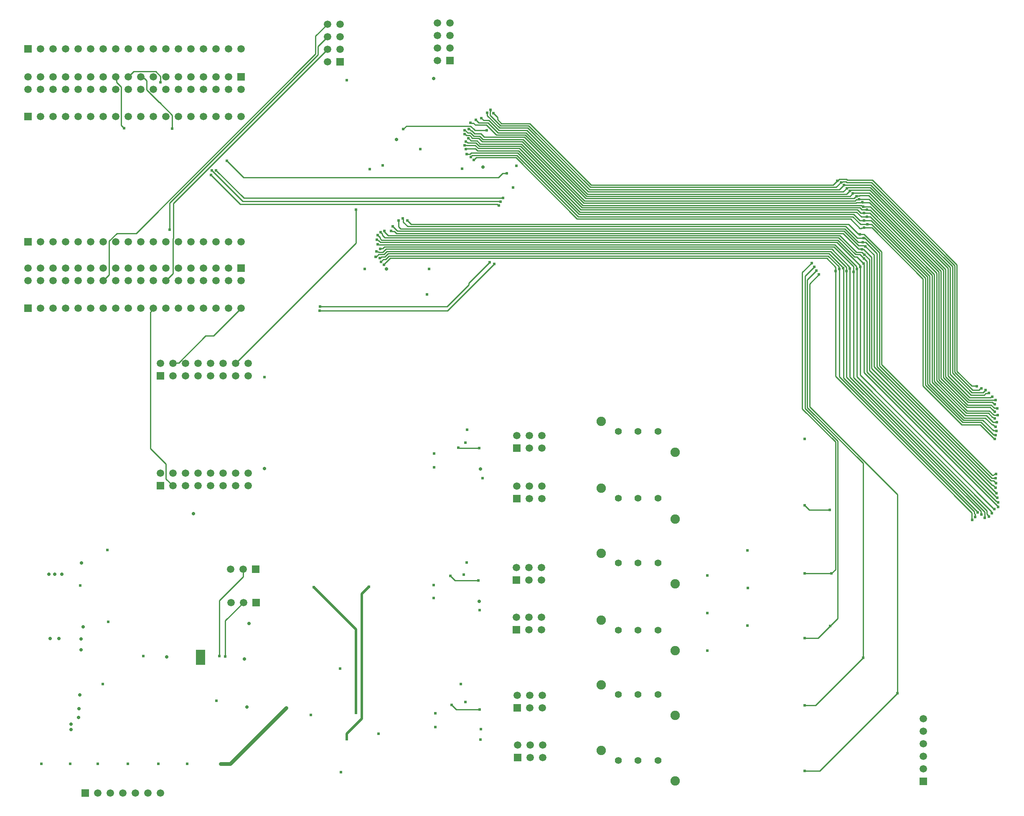
<source format=gbl>
G04*
G04 #@! TF.GenerationSoftware,Altium Limited,Altium Designer,22.3.1 (43)*
G04*
G04 Layer_Physical_Order=4*
G04 Layer_Color=16711680*
%FSLAX25Y25*%
%MOIN*%
G70*
G04*
G04 #@! TF.SameCoordinates,28AED8AE-6D8B-4080-ADD8-9E34605278D5*
G04*
G04*
G04 #@! TF.FilePolarity,Positive*
G04*
G01*
G75*
%ADD10C,0.01000*%
%ADD15C,0.02000*%
%ADD71C,0.05500*%
%ADD95C,0.03000*%
%ADD96R,0.05906X0.05906*%
%ADD97C,0.05906*%
%ADD98R,0.05906X0.05906*%
%ADD99C,0.07500*%
%ADD100C,0.02400*%
%ADD101C,0.02800*%
G36*
X156205Y122332D02*
X148921D01*
Y134536D01*
X156205D01*
Y122332D01*
D02*
G37*
D10*
X366369Y425596D02*
Y427011D01*
X383017Y443659D01*
X349371Y405200D02*
X386702Y442531D01*
X388518Y545419D02*
X411437D01*
X371765Y553367D02*
X380571D01*
X388518Y545419D01*
X371430Y548928D02*
X380686D01*
X370045Y550313D02*
X371430Y548928D01*
X374359Y555166D02*
X381784D01*
X386154Y562872D02*
X389512Y559514D01*
X381154Y563109D02*
X381200Y563063D01*
Y560842D02*
Y563063D01*
X378515Y556966D02*
X382530D01*
X389512Y557621D02*
X392602Y554531D01*
X383654Y560933D02*
Y563953D01*
X391856Y552731D02*
X414307D01*
X382530Y556966D02*
X390477Y549019D01*
X381200Y560842D02*
X391111Y550931D01*
X413562D01*
X389512Y557621D02*
Y559514D01*
X390477Y549019D02*
X412928D01*
X381784Y555166D02*
X389732Y547219D01*
X392602Y554531D02*
X415053D01*
X383654Y560933D02*
X391856Y552731D01*
X389732Y547219D02*
X412182D01*
X383690Y563988D02*
Y565150D01*
X383654Y563953D02*
X383690Y563988D01*
X370259Y554873D02*
X371765Y553367D01*
X368041Y554873D02*
X370259D01*
X391603Y492377D02*
X391860Y492121D01*
X164900Y517157D02*
X187088Y494969D01*
X393736D01*
X186064Y492377D02*
X391603D01*
X161443Y516998D02*
X186064Y492377D01*
X390098Y489221D02*
X390477D01*
X389219Y490100D02*
X390098Y489221D01*
X184140Y490100D02*
X389219D01*
X160801Y513438D02*
X184140Y490100D01*
X127900Y469600D02*
Y491000D01*
X246200Y609300D01*
X130647Y462697D02*
X130800Y462850D01*
Y490755D02*
X253900Y613855D01*
X130647Y434792D02*
Y462697D01*
X130800Y462850D02*
Y490755D01*
X363215Y537229D02*
X371511D01*
X363060Y537074D02*
X363215Y537229D01*
X364304Y534038D02*
X364572Y534306D01*
X365555D01*
X365774Y534526D01*
X367534Y530153D02*
X368381Y531000D01*
X405492D01*
X365774Y534526D02*
X371669D01*
X369170Y529179D02*
Y529200D01*
X368084Y527714D02*
Y528093D01*
X364917Y530153D02*
X367534D01*
X368084Y528093D02*
X369170Y529179D01*
Y529200D02*
X404746D01*
X370600Y525343D02*
X372657Y527399D01*
X404001D01*
X363441Y549220D02*
X365750Y546910D01*
X363222Y549220D02*
X363441D01*
X364394Y545111D02*
X367239D01*
X365750Y546910D02*
X367985D01*
X363490Y546014D02*
X364394Y545111D01*
X363111Y546014D02*
X363490D01*
X368308Y548710D02*
X368730D01*
X368703Y543215D02*
Y543646D01*
X368730Y548710D02*
X371006Y546435D01*
X366654Y549986D02*
X367033D01*
X367985Y546910D02*
X370465Y544429D01*
X367033Y549986D02*
X368308Y548710D01*
X370465Y544429D02*
X375212D01*
X368241Y540830D02*
X373002D01*
X457453Y489221D02*
X679765D01*
X366203Y542611D02*
X366460D01*
X371006Y546435D02*
X376084D01*
X680818Y488167D02*
X686768D01*
X679765Y489221D02*
X680818Y488167D01*
X368703Y543215D02*
X369289Y542629D01*
X374466D01*
X367239Y545111D02*
X368703Y543646D01*
X366460Y542611D02*
X368241Y540830D01*
X316687Y552486D02*
X367690D01*
X314152Y549951D02*
X316687Y552486D01*
X367940Y554973D02*
X368041Y554873D01*
X367764Y552412D02*
X367947D01*
X367690Y552486D02*
X367764Y552412D01*
X368535Y551824D02*
X368581D01*
X370045Y550313D02*
Y550359D01*
X368581Y551824D02*
X370045Y550359D01*
X367947Y552412D02*
X368535Y551824D01*
X383690Y565150D02*
X383958Y565418D01*
X673506Y435990D02*
Y440306D01*
Y435990D02*
X673522Y435974D01*
Y351732D02*
Y435974D01*
X662031Y352248D02*
Y438365D01*
X676096Y352282D02*
Y438387D01*
X662031Y352248D02*
X769705Y244574D01*
X678737Y353608D02*
Y439384D01*
X670506Y352079D02*
X778143Y244442D01*
X665337Y438616D02*
X665387Y438666D01*
X670506Y352079D02*
Y438666D01*
X659120Y352614D02*
Y436674D01*
X676096Y352282D02*
X783650Y244728D01*
X673522Y351732D02*
X779943Y245310D01*
X659120Y352614D02*
X767905Y243829D01*
X665337Y351487D02*
Y438616D01*
Y351487D02*
X772503Y244321D01*
X678737Y439384D02*
X678756Y439402D01*
X667837Y352202D02*
X775059Y244980D01*
X667837Y352202D02*
Y436674D01*
X678737Y353608D02*
X785602Y246744D01*
X675829Y438655D02*
X676096Y438387D01*
X681718Y355626D02*
X788709Y248635D01*
X678756Y439402D02*
Y441088D01*
X681718Y355626D02*
Y442422D01*
X681952Y446612D02*
X684100Y444464D01*
Y356021D02*
X787018Y253102D01*
X684100Y356021D02*
Y444464D01*
X302315Y465084D02*
X662397D01*
X303745Y447084D02*
X652055D01*
X300379Y443718D02*
X303745Y447084D01*
X656047Y454284D02*
X670238Y440093D01*
X298412Y457884D02*
X658474D01*
X305800Y472500D02*
X309616Y468684D01*
X297982Y451756D02*
X300511Y454284D01*
X302002Y450684D02*
X653887D01*
X661652Y463284D02*
X675023Y449912D01*
X300592Y466807D02*
X302315Y465084D01*
X317870Y472284D02*
X667303D01*
X298341Y457813D02*
X298412Y457884D01*
X660160Y459684D02*
X678756Y441088D01*
X653141Y448884D02*
X661763Y440262D01*
X309616Y468684D02*
X665811D01*
X655301Y452484D02*
X667911Y439875D01*
X299157Y456084D02*
X657728D01*
X302747Y448884D02*
X653141D01*
X295982Y459684D02*
X660160D01*
X666557Y470484D02*
X677141Y459900D01*
X298728Y449956D02*
X301256Y452484D01*
X312103Y470484D02*
X666557D01*
X320441Y474084D02*
X669343D01*
X295713Y462615D02*
X296845Y461484D01*
X314261Y475893D02*
X317870Y472284D01*
X301256Y452484D02*
X655301D01*
X310386Y472200D02*
X312103Y470484D01*
X317399Y477126D02*
X320441Y474084D01*
X658474Y457884D02*
X675829Y440529D01*
X299333Y448015D02*
X302002Y450684D01*
X669343Y474084D02*
X677072Y466355D01*
X299422Y463284D02*
X661652D01*
X297741Y454668D02*
X299157Y456084D01*
X657728D02*
X673506Y440306D01*
X667303Y472284D02*
X676537Y463049D01*
X307240Y468514D02*
X308871Y466884D01*
X300511Y454284D02*
X656047D01*
X297376Y465330D02*
X299422Y463284D01*
X665811Y468684D02*
X677396Y457099D01*
X662397Y465084D02*
X675769Y451712D01*
X308871Y466884D02*
X665066D01*
X296845Y461484D02*
X660906D01*
X653887Y450684D02*
X665115Y439455D01*
X660906Y461484D02*
X674277Y448112D01*
X300078Y446215D02*
X302747Y448884D01*
X295085Y460581D02*
X295982Y459684D01*
X652055Y447084D02*
X659265Y439875D01*
X665066Y466884D02*
X677548Y454402D01*
X294140Y457813D02*
X298341D01*
X293872Y458081D02*
X294140Y457813D01*
X293213Y461673D02*
X293592D01*
X294684Y460581D01*
X295713Y462615D02*
Y463485D01*
X294684Y460581D02*
X295085D01*
X293856Y465342D02*
X295713Y463485D01*
X292667Y452365D02*
X292935Y452098D01*
X294885Y451756D02*
X297982D01*
X292935Y452098D02*
X294543D01*
X294885Y451756D01*
X296044Y454668D02*
X297741D01*
X295776Y454400D02*
X296044Y454668D01*
X296685Y448015D02*
X299333D01*
X298342Y446215D02*
X300078D01*
X292667Y448156D02*
X294467Y449956D01*
X298728D01*
X293856Y465342D02*
Y465446D01*
X297376Y465330D02*
Y466448D01*
X296032Y467793D02*
X297376Y466448D01*
X299273Y468221D02*
X300592Y466903D01*
Y466807D02*
Y466903D01*
X299273Y468221D02*
Y468600D01*
X686880Y503328D02*
X750547Y439661D01*
X675444Y491021D02*
X675904Y491480D01*
X680268D01*
X675610Y496421D02*
X675829D01*
X675590Y493712D02*
X677252D01*
X677898Y494359D01*
X680442Y491183D02*
X680552Y491073D01*
X680866Y491387D01*
X668385Y502783D02*
X668930Y503328D01*
X665856Y505467D02*
X687286D01*
X670697Y496421D02*
X673233Y498956D01*
X674698Y492821D02*
X675590Y493712D01*
X412928Y549019D02*
X461926Y500021D01*
X463418Y503621D02*
X659622D01*
X304407Y468600D02*
X304493Y468514D01*
X411437Y545419D02*
X460435Y496421D01*
X412182Y547219D02*
X461181Y498221D01*
X665244Y500021D02*
X668006Y502783D01*
X414307Y552731D02*
X463418Y503621D01*
X458944Y492821D02*
X674698D01*
X404001Y527399D02*
X452980Y478421D01*
X404746Y529200D02*
X453725Y480221D01*
X675829Y496421D02*
X676096Y496688D01*
X459690Y494621D02*
X673810D01*
X460435Y496421D02*
X670697D01*
X405492Y531000D02*
X454471Y482021D01*
X410691Y543619D02*
X459690Y494621D01*
X461181Y498221D02*
X667990D01*
X313993Y478835D02*
X314261Y478567D01*
X659622Y503621D02*
X663443Y507441D01*
X407728Y536400D02*
X456707Y487421D01*
X668006Y502783D02*
X668385D01*
X406983Y534599D02*
X455962Y485621D01*
X676546D01*
X662209Y501821D02*
X665856Y505467D01*
X453725Y480221D02*
X672817D01*
X667990Y498221D02*
X670506Y500736D01*
X413562Y550931D02*
X462672Y501821D01*
X408474Y538200D02*
X457453Y489221D01*
X409220Y539999D02*
X458198Y491021D01*
X454471Y482021D02*
X673562D01*
X679023Y474014D02*
X687918D01*
X406237Y532799D02*
X455216Y483821D01*
X657057Y505421D02*
X660382Y508745D01*
X673810Y494621D02*
X675610Y496421D01*
X304493Y468514D02*
X307240D01*
X464163Y505421D02*
X657057D01*
X455216Y483821D02*
X675801D01*
X409946Y541819D02*
X458944Y492821D01*
X660382Y508745D02*
X660760D01*
X452980Y478421D02*
X671070D01*
X458198Y491021D02*
X675444D01*
X461926Y500021D02*
X665244D01*
X415053Y554531D02*
X464163Y505421D01*
X314261Y475893D02*
Y478567D01*
X310386Y472200D02*
Y477126D01*
X663443Y507441D02*
Y507569D01*
X677898Y494359D02*
X678103Y494155D01*
X456707Y487421D02*
X678408D01*
X678257Y466100D02*
X681957D01*
X668930Y503328D02*
X686880D01*
X462672Y501821D02*
X662209D01*
X665115Y439134D02*
Y439455D01*
X295467Y447106D02*
X295776D01*
X292288Y448156D02*
X292667D01*
X295776Y447106D02*
X296685Y448015D01*
X298721Y442068D02*
X300086Y443434D01*
X298342Y446199D02*
Y446215D01*
X300086Y443434D02*
Y443718D01*
X298721Y441690D02*
Y442068D01*
X296656Y444135D02*
Y444514D01*
X298342Y446199D01*
X300086Y443718D02*
X300379D01*
X682064Y449868D02*
X682195D01*
X675769Y451712D02*
X679329D01*
X674277Y448112D02*
X676112D01*
X681596Y442628D01*
X675023Y449912D02*
X678583D01*
X679329Y451712D02*
X680220D01*
X682064Y449868D01*
X679329Y451712D02*
X679329Y451712D01*
X678583Y449912D02*
X681803Y446693D01*
X677072Y466355D02*
X678380D01*
X678635Y466100D01*
X676537Y463049D02*
X681472D01*
Y463413D02*
X682086D01*
X681957Y466100D02*
X695900Y452157D01*
Y361955D02*
Y452157D01*
X689700Y360340D02*
Y449688D01*
X682939Y456449D02*
X689700Y449688D01*
X694100Y361209D02*
Y451398D01*
X682086Y463413D02*
X694100Y451398D01*
X681086Y459632D02*
X683291D01*
X692300Y450624D01*
X677141Y459900D02*
X680818D01*
X681086Y459632D01*
X692300Y360464D02*
Y450624D01*
X682939Y456449D02*
X683390Y456900D01*
X677396Y457099D02*
X683190D01*
X677548Y454402D02*
X680134D01*
X680324Y454212D01*
X681655Y453944D02*
X687900Y447699D01*
X680324Y454197D02*
X680577Y453944D01*
X681655D01*
X737900Y348672D02*
Y434215D01*
X681835Y471287D02*
X688100D01*
X684100Y480221D02*
X686803D01*
X732500Y346435D02*
Y431978D01*
X730700Y345690D02*
Y431232D01*
X684100Y485621D02*
X684368Y485353D01*
X688100Y471287D02*
X728900Y430487D01*
X687918Y474014D02*
X730700Y431232D01*
X687554Y476924D02*
X732500Y431978D01*
X736100Y347926D02*
Y433469D01*
X681835Y483098D02*
X686472D01*
X736100Y433469D01*
X686803Y480221D02*
X734300Y432724D01*
X684368Y485353D02*
X686762D01*
X734300Y347181D02*
Y432724D01*
X728900Y344944D02*
Y430487D01*
X686762Y485353D02*
X737900Y434215D01*
X682103Y476924D02*
X687554D01*
X679799Y471019D02*
X681567D01*
X671070Y478421D02*
X678635Y470855D01*
X679635D01*
X681567Y471019D02*
X681835Y471287D01*
X679635Y470855D02*
X679799Y471019D01*
X672817Y480221D02*
X679023Y474014D01*
X681591Y476947D02*
X681835Y477192D01*
X678635Y476947D02*
X681591D01*
X683832Y479953D02*
X684100Y480221D01*
X679669Y479953D02*
X683832D01*
X681835Y477192D02*
X682103Y476924D01*
X673562Y482021D02*
X678635Y476947D01*
X675801Y483821D02*
X679669Y479953D01*
X679069Y483098D02*
X681835D01*
X676546Y485621D02*
X679069Y483098D01*
X678408Y487421D02*
X680231Y485598D01*
X684077D02*
X684100Y485621D01*
X680231Y485598D02*
X684077D01*
X686768Y488167D02*
X739700Y435235D01*
X750547Y354408D02*
Y439661D01*
X687286Y505467D02*
X752347Y440406D01*
X674251Y499063D02*
X686054D01*
X688368Y509477D02*
X755947Y441898D01*
X671477Y501328D02*
X686334D01*
X678601Y497121D02*
X685451D01*
X686093Y491387D02*
X741500Y435980D01*
X755947Y356756D02*
Y441898D01*
X741500Y350163D02*
Y435980D01*
X685451Y497121D02*
X745100Y437471D01*
X743300Y350909D02*
Y436726D01*
X748747Y353098D02*
Y438915D01*
X746900Y352400D02*
Y438217D01*
X678103Y494155D02*
X685871D01*
X739700Y349418D02*
Y435235D01*
X752347Y355265D02*
Y440406D01*
X680866Y491387D02*
X686093D01*
X685871Y494155D02*
X743300Y436726D01*
X668005Y507509D02*
X687790D01*
X686334Y501328D02*
X748747Y438915D01*
X754147Y356010D02*
Y441152D01*
X686054Y499063D02*
X746900Y438217D01*
X668583Y509477D02*
X688368D01*
X745100Y351654D02*
Y437471D01*
X687790Y507509D02*
X754147Y441152D01*
X680268Y491480D02*
X680442Y491655D01*
X678169Y496688D02*
X678601Y497121D01*
X676096Y496688D02*
X678169D01*
X673233Y498956D02*
X674144D01*
X674251Y499063D01*
X670506Y500736D02*
X670885D01*
X671477Y501328D01*
X664820Y507967D02*
X667547D01*
X664690Y507837D02*
X664820Y507967D01*
X663838Y507837D02*
X664690D01*
X667991Y510069D02*
X668583Y509477D01*
X660760Y508745D02*
X662084Y510069D01*
X663511Y507509D02*
X663838Y507837D01*
X667547Y507967D02*
X668005Y507509D01*
X662084Y510069D02*
X667991D01*
X682195Y449868D02*
X686100Y445963D01*
Y357274D02*
Y445963D01*
X681596Y442628D02*
X681596D01*
X687900Y359056D02*
Y447699D01*
X675829Y438655D02*
Y440529D01*
X785602Y246744D02*
X785672D01*
X667911Y436748D02*
Y439875D01*
X670238Y438934D02*
X670506Y438666D01*
X670238Y438934D02*
Y440093D01*
X667837Y436674D02*
X667911Y436748D01*
X661763Y438611D02*
Y440262D01*
Y438611D02*
X662009Y438365D01*
X775059Y242655D02*
Y244980D01*
Y242655D02*
X775327Y242387D01*
X772503Y244000D02*
Y244321D01*
X769705Y243264D02*
Y244574D01*
X770439Y240446D02*
Y242530D01*
X769705Y243264D02*
X770439Y242530D01*
X767905Y238226D02*
Y243829D01*
Y238226D02*
X768091Y238040D01*
X659265Y436820D02*
Y439875D01*
X659120Y436674D02*
X659265Y436820D01*
X750547Y354408D02*
X767167Y337787D01*
X752347Y355265D02*
X767934Y339678D01*
X755947Y356756D02*
X767757Y344946D01*
X754147Y356010D02*
X768511Y341647D01*
X748747Y353098D02*
X766027Y335819D01*
X774964Y343201D02*
X775343D01*
X768511Y341647D02*
X773410D01*
X774964Y343201D01*
X771580Y344946D02*
X771719Y344807D01*
X767757Y344946D02*
X771580D01*
X776711Y339678D02*
X778797Y341764D01*
X767167Y337787D02*
X777774D01*
X778982Y338996D02*
X781361D01*
X777774Y337787D02*
X778982Y338996D01*
X767934Y339678D02*
X776711D01*
X781361Y338996D02*
X781629Y339264D01*
X783119Y336083D02*
X783874D01*
X766027Y335819D02*
X782856D01*
X783874Y336083D02*
X784141Y336350D01*
X782856Y335819D02*
X783119Y336083D01*
X765450Y333850D02*
X786898D01*
X764804Y331951D02*
X784141D01*
X785686Y330405D01*
X788003Y327268D02*
X788271Y327000D01*
X784460Y326105D02*
X786065Y324500D01*
X785030Y327906D02*
X785205D01*
X782445Y327945D02*
X784284Y326105D01*
X785843Y327268D02*
X788003D01*
X783082Y329853D02*
X785030Y327906D01*
X785686Y330405D02*
X786065D01*
X764356Y329853D02*
X783082D01*
X784284Y326105D02*
X784460D01*
X786065Y324500D02*
X786065D01*
X763718Y327945D02*
X782445D01*
X785205Y327906D02*
X785843Y327268D01*
X745100Y351654D02*
X764804Y331951D01*
X743300Y350909D02*
X764356Y329853D01*
X788414Y321596D02*
X788423Y321587D01*
X781991Y325039D02*
X785030Y322000D01*
X784573Y320200D02*
X785686Y319087D01*
X784284Y320200D02*
X784573D01*
X764079Y325039D02*
X781991D01*
X781246Y323239D02*
X784284Y320200D01*
X763334Y323239D02*
X781246D01*
X785030Y322000D02*
X785319D01*
X785686Y319087D02*
X786065D01*
X785723Y321596D02*
X788414D01*
X785319Y322000D02*
X785723Y321596D01*
X786745Y306019D02*
X786898Y305865D01*
X760424Y315965D02*
X775232D01*
X761916Y319565D02*
X778594D01*
X730700Y345690D02*
X760424Y315965D01*
X762661Y321365D02*
X779471D01*
X759679Y314165D02*
X774487D01*
X776553Y317765D02*
X785045Y309273D01*
X787246D02*
X787514Y309006D01*
X785872Y302781D02*
X786047D01*
X775232Y315965D02*
X785179Y306019D01*
X761170Y317765D02*
X776553D01*
X785179Y306019D02*
X786745D01*
X778594Y319565D02*
X784064Y314096D01*
X734300Y347181D02*
X761916Y319565D01*
X784064Y314096D02*
X784771D01*
X737900Y348672D02*
X763334Y323239D01*
X732500Y346435D02*
X761170Y317765D01*
X774487Y314165D02*
X785872Y302781D01*
X784702Y316134D02*
X787772D01*
X736100Y347926D02*
X762661Y321365D01*
X779471D02*
X784702Y316134D01*
X785045Y309273D02*
X787246D01*
X728900Y344944D02*
X759679Y314165D01*
X784771Y314096D02*
X786582Y312285D01*
X786779D01*
X784272Y265769D02*
X784723D01*
X689700Y360340D02*
X784272Y265769D01*
X784723D02*
X786760Y263731D01*
X787425Y259485D02*
Y259531D01*
X687900Y359056D02*
X787425Y259531D01*
X787772Y255602D02*
X788054D01*
X686100Y357274D02*
X787772Y255602D01*
X788423Y252168D02*
X788802D01*
X787018Y253102D02*
X787489D01*
X788423Y252168D01*
X785069Y269455D02*
X787111Y267413D01*
X783309Y269455D02*
X785069D01*
X783857Y271452D02*
X786715D01*
X694100Y361209D02*
X783857Y271452D01*
X786971Y274341D02*
X787239Y274609D01*
X695900Y361955D02*
X784038Y273816D01*
X785039D02*
X785563Y274341D01*
X786971D01*
X784038Y273816D02*
X785039D01*
X788709Y248492D02*
Y248635D01*
X783650Y244091D02*
Y244728D01*
Y244091D02*
X783993Y243748D01*
Y243370D02*
Y243748D01*
X779943Y242738D02*
Y245310D01*
X781494Y240808D02*
Y241187D01*
X779943Y242738D02*
X781494Y241187D01*
X778143Y239895D02*
X778183Y239854D01*
X778143Y239895D02*
Y244442D01*
X167626Y129517D02*
Y173800D01*
X186618Y192792D02*
Y198800D01*
X167626Y173800D02*
X186618Y192792D01*
X172153Y157592D02*
X186661Y172099D01*
X172153Y129025D02*
Y157592D01*
X692300Y360464D02*
X783309Y269455D01*
X638369Y328546D02*
Y426569D01*
X645900Y434100D01*
X632631Y435632D02*
X640000Y443000D01*
X634700Y327123D02*
Y432589D01*
X642020Y439909D01*
X632631Y326646D02*
Y435632D01*
X638369Y328546D02*
X708560Y258354D01*
Y99620D02*
Y258354D01*
X681078Y128123D02*
Y283290D01*
X636568Y327800D02*
Y429716D01*
Y327800D02*
X681078Y283290D01*
X659000Y198434D02*
Y300277D01*
X660800Y159467D02*
Y301023D01*
X632631Y326646D02*
X659000Y300277D01*
X634700Y327123D02*
X660800Y301023D01*
X655874Y195308D02*
X659000Y198434D01*
X654826Y153493D02*
X660800Y159467D01*
X636568Y429716D02*
X643870Y437018D01*
X646642Y37701D02*
X708560Y99620D01*
X634600Y37701D02*
X646642D01*
X634600Y90184D02*
X643139D01*
X681078Y128123D01*
X634600Y143742D02*
X645074D01*
X654826Y153493D01*
X634600Y195308D02*
X655874D01*
X634600Y249782D02*
X638298Y246084D01*
X654451D01*
X349273Y408500D02*
X366369Y425596D01*
X247500Y405200D02*
X349371D01*
X247800Y408500D02*
X349273D01*
X746900Y352400D02*
X765450Y333850D01*
X739700Y349418D02*
X764079Y325039D01*
X741500Y350163D02*
X763718Y327945D01*
X377822Y541819D02*
X409946D01*
X377096Y539999D02*
X409220D01*
X374886Y536400D02*
X407728D01*
X373395Y532799D02*
X406237D01*
X374141Y534599D02*
X406983D01*
X375632Y538200D02*
X408474D01*
X378900Y543619D02*
X410691D01*
X375212Y544429D02*
X377822Y541819D01*
X376084Y546435D02*
X378900Y543619D01*
X376597Y558884D02*
X378515Y556966D01*
X372256Y557269D02*
X374359Y555166D01*
X364064Y540112D02*
X364334D01*
X364917Y539530D01*
X365327D01*
X372256Y539030D02*
X374886Y536400D01*
X373002Y540830D02*
X375632Y538200D01*
X371669Y534526D02*
X373395Y532799D01*
X371511Y537229D02*
X374141Y534599D01*
X374466Y542629D02*
X377096Y539999D01*
X365827Y539030D02*
X372256D01*
X365327Y539530D02*
X365827Y539030D01*
X355513Y189742D02*
X374201D01*
X351832Y193423D02*
X355513Y189742D01*
X186927Y511473D02*
X390257D01*
X393484Y514700D01*
X173500Y524900D02*
X186927Y511473D01*
X276621Y459066D02*
Y485590D01*
X180555Y363000D02*
X276621Y459066D01*
X358233Y295670D02*
X358605Y295298D01*
X374792D01*
X356569Y86600D02*
X375033D01*
X352806Y90362D02*
X356569Y86600D01*
X104900Y591845D02*
X106227D01*
X107652Y590420D01*
X107773D01*
X109488Y588705D01*
Y581242D02*
Y588705D01*
X99153Y596098D02*
X116662D01*
X94900Y591845D02*
X99153Y596098D01*
X120647Y587298D02*
Y592112D01*
X116662Y596098D02*
X120647Y592112D01*
X101207Y466853D02*
X244324Y609970D01*
Y624280D01*
X246200Y609300D02*
Y616155D01*
X85694Y466853D02*
X101207D01*
X129854Y550567D02*
Y561106D01*
X119690Y571270D02*
X129854Y561106D01*
X119461Y571270D02*
X119690D01*
X109488Y581242D02*
X119461Y571270D01*
X393484Y514700D02*
X396800D01*
X79488Y460648D02*
X85694Y466853D01*
X162927Y384972D02*
X184900Y406945D01*
X135008Y363467D02*
X156513Y384972D01*
X131022Y363467D02*
X135008D01*
X130555Y363000D02*
X131022Y363467D01*
X156513Y384972D02*
X162927D01*
X79488Y433634D02*
Y460648D01*
X74900Y429045D02*
X79488Y433634D01*
X244324Y624280D02*
X253900Y633855D01*
X246200Y616155D02*
X253900Y623855D01*
X124900Y429045D02*
X130647Y434792D01*
X112600Y295000D02*
Y403906D01*
X124900Y270755D02*
Y282700D01*
X112600Y295000D02*
X124900Y282700D01*
X114900Y406206D02*
Y406945D01*
X112600Y403906D02*
X114900Y406206D01*
X89153Y553149D02*
X91502Y550800D01*
X89153Y553149D02*
Y583606D01*
X85367Y587392D02*
X89153Y583606D01*
X85367Y587392D02*
Y591378D01*
X84900Y591845D02*
X85367Y591378D01*
X124900Y270755D02*
X130355Y265300D01*
D15*
X269100Y67400D02*
X281236Y79536D01*
Y179004D01*
X286932Y184700D01*
X269100Y63000D02*
Y67400D01*
X276500Y84061D02*
Y150831D01*
X242932Y184400D02*
X276500Y150831D01*
D71*
X517345Y98618D02*
D03*
X501645D02*
D03*
X485945D02*
D03*
X517345Y308698D02*
D03*
X501645D02*
D03*
X485945D02*
D03*
X517345Y203658D02*
D03*
X501645D02*
D03*
X485945D02*
D03*
X517345Y255401D02*
D03*
X501645D02*
D03*
X485945D02*
D03*
X517345Y150140D02*
D03*
X501645D02*
D03*
X485945D02*
D03*
X517345Y46098D02*
D03*
X501645D02*
D03*
X485945D02*
D03*
D95*
X168351Y43319D02*
X176219D01*
X220900Y88000D01*
D96*
X196661Y172099D02*
D03*
X196618Y198800D02*
D03*
X60500Y20200D02*
D03*
X404769Y295298D02*
D03*
X404928Y255231D02*
D03*
X404340Y189979D02*
D03*
Y150340D02*
D03*
X405156Y87931D02*
D03*
X405328Y48312D02*
D03*
X120355Y265300D02*
D03*
X120555Y353000D02*
D03*
X14900Y406945D02*
D03*
X184900Y439045D02*
D03*
X14900Y460045D02*
D03*
Y560045D02*
D03*
X184900Y591845D02*
D03*
X14900Y613945D02*
D03*
D97*
X186661Y172099D02*
D03*
X176661D02*
D03*
X186618Y198800D02*
D03*
X176618D02*
D03*
X120500Y20200D02*
D03*
X110500D02*
D03*
X100500D02*
D03*
X90500D02*
D03*
X70500D02*
D03*
X80500D02*
D03*
X404769Y305298D02*
D03*
X414769Y295298D02*
D03*
Y305298D02*
D03*
X424769Y295298D02*
D03*
Y305298D02*
D03*
X404928Y265231D02*
D03*
X414928Y255231D02*
D03*
Y265231D02*
D03*
X424929Y255231D02*
D03*
Y265231D02*
D03*
X404340Y199979D02*
D03*
X414340Y189979D02*
D03*
Y199979D02*
D03*
X424340Y189979D02*
D03*
Y199979D02*
D03*
X404340Y160340D02*
D03*
X414340Y150340D02*
D03*
Y160340D02*
D03*
X424340Y150340D02*
D03*
Y160340D02*
D03*
X405156Y97931D02*
D03*
X415156Y87931D02*
D03*
Y97931D02*
D03*
X425156Y87931D02*
D03*
Y97931D02*
D03*
X405328Y58312D02*
D03*
X415328Y48312D02*
D03*
Y58312D02*
D03*
X425327Y48312D02*
D03*
Y58312D02*
D03*
X253900Y603855D02*
D03*
X263900Y613855D02*
D03*
X253900D02*
D03*
X263900Y623855D02*
D03*
X253900D02*
D03*
X263900Y633855D02*
D03*
X253900D02*
D03*
X140555Y363000D02*
D03*
X351465Y634610D02*
D03*
Y624610D02*
D03*
X24900Y591845D02*
D03*
Y613945D02*
D03*
X190355Y275300D02*
D03*
Y265300D02*
D03*
X180355Y275300D02*
D03*
Y265300D02*
D03*
X170355Y275300D02*
D03*
Y265300D02*
D03*
X160355Y275300D02*
D03*
Y265300D02*
D03*
X150355Y275300D02*
D03*
Y265300D02*
D03*
X140355Y275300D02*
D03*
Y265300D02*
D03*
X130355Y275300D02*
D03*
Y265300D02*
D03*
X120355Y275300D02*
D03*
X190555Y363000D02*
D03*
Y353000D02*
D03*
X180555Y363000D02*
D03*
Y353000D02*
D03*
X170555Y363000D02*
D03*
Y353000D02*
D03*
X160555Y363000D02*
D03*
Y353000D02*
D03*
X150555Y363000D02*
D03*
Y353000D02*
D03*
X140555D02*
D03*
X130555Y363000D02*
D03*
Y353000D02*
D03*
X120555Y363000D02*
D03*
X341465Y604610D02*
D03*
X351465Y614610D02*
D03*
X341465D02*
D03*
Y624610D02*
D03*
Y634610D02*
D03*
X24900Y406945D02*
D03*
X34900D02*
D03*
X44900D02*
D03*
X54900D02*
D03*
X64900D02*
D03*
X74900D02*
D03*
X84900D02*
D03*
X94900D02*
D03*
X104900D02*
D03*
X114900D02*
D03*
X124900D02*
D03*
X134900D02*
D03*
X144900D02*
D03*
X154900D02*
D03*
X164900D02*
D03*
X174900D02*
D03*
X184900D02*
D03*
Y429045D02*
D03*
X174900Y439045D02*
D03*
Y429045D02*
D03*
X164900Y439045D02*
D03*
Y429045D02*
D03*
X154900Y439045D02*
D03*
Y429045D02*
D03*
X144900Y439045D02*
D03*
Y429045D02*
D03*
X134900Y439045D02*
D03*
Y429045D02*
D03*
X124900Y439045D02*
D03*
Y429045D02*
D03*
X114900Y439045D02*
D03*
Y429045D02*
D03*
X104900Y439045D02*
D03*
Y429045D02*
D03*
X94900Y439045D02*
D03*
Y429045D02*
D03*
X84900Y439045D02*
D03*
Y429045D02*
D03*
X74900Y439045D02*
D03*
Y429045D02*
D03*
X64900Y439045D02*
D03*
Y429045D02*
D03*
X54900Y439045D02*
D03*
Y429045D02*
D03*
X44900Y439045D02*
D03*
Y429045D02*
D03*
X34900Y439045D02*
D03*
Y429045D02*
D03*
X24900Y439045D02*
D03*
Y429045D02*
D03*
X14900Y439045D02*
D03*
Y429045D02*
D03*
X24900Y460045D02*
D03*
X34900D02*
D03*
X44900D02*
D03*
X54900D02*
D03*
X64900D02*
D03*
X74900D02*
D03*
X84900D02*
D03*
X94900D02*
D03*
X104900D02*
D03*
X114900D02*
D03*
X124900D02*
D03*
X134900D02*
D03*
X144900D02*
D03*
X154900D02*
D03*
X164900D02*
D03*
X174900D02*
D03*
X184900D02*
D03*
X24900Y560045D02*
D03*
X34900D02*
D03*
X44900D02*
D03*
X54900D02*
D03*
X64900D02*
D03*
X74900D02*
D03*
X84900D02*
D03*
X94900D02*
D03*
X104900D02*
D03*
X114900D02*
D03*
X124900D02*
D03*
X134900D02*
D03*
X144900D02*
D03*
X154900D02*
D03*
X164900D02*
D03*
X174900D02*
D03*
X184900D02*
D03*
Y581845D02*
D03*
X174900Y591845D02*
D03*
Y581845D02*
D03*
X164900Y591845D02*
D03*
Y581845D02*
D03*
X154900Y591845D02*
D03*
Y581845D02*
D03*
X144900Y591845D02*
D03*
Y581845D02*
D03*
X134900Y591845D02*
D03*
Y581845D02*
D03*
X124900Y591845D02*
D03*
Y581845D02*
D03*
X114900Y591845D02*
D03*
Y581845D02*
D03*
X104900Y591845D02*
D03*
Y581845D02*
D03*
X94900Y591845D02*
D03*
Y581845D02*
D03*
X84900Y591845D02*
D03*
Y581845D02*
D03*
X74900Y591845D02*
D03*
Y581845D02*
D03*
X64900Y591845D02*
D03*
Y581845D02*
D03*
X54900Y591845D02*
D03*
Y581845D02*
D03*
X44900Y591845D02*
D03*
Y581845D02*
D03*
X34900Y591845D02*
D03*
Y581845D02*
D03*
X24900D02*
D03*
X14900Y591845D02*
D03*
Y581845D02*
D03*
X34900Y613945D02*
D03*
X44900D02*
D03*
X54900D02*
D03*
X64900D02*
D03*
X74900D02*
D03*
X84900D02*
D03*
X94900D02*
D03*
X104900D02*
D03*
X114900D02*
D03*
X124900D02*
D03*
X134900D02*
D03*
X144900D02*
D03*
X154900D02*
D03*
X164900D02*
D03*
X174900D02*
D03*
X184900D02*
D03*
X729300Y39500D02*
D03*
Y49500D02*
D03*
Y59500D02*
D03*
Y69500D02*
D03*
Y79500D02*
D03*
D98*
X263900Y603855D02*
D03*
X351465Y604610D02*
D03*
X729300Y29500D02*
D03*
D99*
X531145Y82118D02*
D03*
X472145Y106518D02*
D03*
X531145Y292198D02*
D03*
X472145Y316598D02*
D03*
X531145Y187158D02*
D03*
X472145Y211558D02*
D03*
X531145Y238901D02*
D03*
X472145Y263301D02*
D03*
X531145Y133640D02*
D03*
X472145Y158040D02*
D03*
X531145Y29598D02*
D03*
X472145Y53998D02*
D03*
D100*
X383017Y443659D02*
D03*
X386702Y442531D02*
D03*
X380686Y548928D02*
D03*
X386154Y562872D02*
D03*
X391860Y492121D02*
D03*
X393736Y494969D02*
D03*
X390477Y489221D02*
D03*
X127900Y469600D02*
D03*
X164900Y517157D02*
D03*
X363060Y537074D02*
D03*
X364304Y534038D02*
D03*
X368084Y527714D02*
D03*
X364917Y530153D02*
D03*
X370600Y525343D02*
D03*
X366203Y542611D02*
D03*
X363111Y546014D02*
D03*
X363222Y549220D02*
D03*
X366654Y549986D02*
D03*
X367940Y554973D02*
D03*
X383958Y565418D02*
D03*
X381154Y563109D02*
D03*
X673522Y435974D02*
D03*
X295776Y454400D02*
D03*
X292667Y452365D02*
D03*
X293872Y458081D02*
D03*
X293213Y461673D02*
D03*
X293856Y465446D02*
D03*
X299273Y468600D02*
D03*
X296032Y467793D02*
D03*
X317399Y477126D02*
D03*
X668006Y502783D02*
D03*
X670506Y500736D02*
D03*
X305800Y472500D02*
D03*
X304407Y468600D02*
D03*
X292288Y448156D02*
D03*
X295467Y447106D02*
D03*
X298721Y441690D02*
D03*
X296656Y444135D02*
D03*
X313993Y478835D02*
D03*
X681472Y463049D02*
D03*
X678635Y466100D02*
D03*
X680818Y459900D02*
D03*
X682939Y456449D02*
D03*
X680324Y454212D02*
D03*
X681835Y471287D02*
D03*
Y477192D02*
D03*
X684368Y474014D02*
D03*
X684100Y480221D02*
D03*
X681835Y483098D02*
D03*
X684100Y485621D02*
D03*
X680442Y491655D02*
D03*
X677898Y493980D02*
D03*
X675829Y496421D02*
D03*
X672965Y498688D02*
D03*
X665856Y505467D02*
D03*
X663443Y507569D02*
D03*
X660382Y508745D02*
D03*
X681803Y446693D02*
D03*
X682195Y449868D02*
D03*
X681600Y442624D02*
D03*
X678756Y440167D02*
D03*
X676096Y438387D02*
D03*
X670506Y438651D02*
D03*
X667837Y436674D02*
D03*
X659120D02*
D03*
X662009Y438365D02*
D03*
X665115Y439134D02*
D03*
X770439Y240446D02*
D03*
X775343Y343201D02*
D03*
X771719Y344807D02*
D03*
X778797Y341764D02*
D03*
X781629Y339264D02*
D03*
X784141Y336350D02*
D03*
X786898Y333850D02*
D03*
X786065Y330405D02*
D03*
X788271Y327000D02*
D03*
X786065Y324500D02*
D03*
X788423Y321587D02*
D03*
X786065Y319087D02*
D03*
X787772Y316134D02*
D03*
X787514Y309006D02*
D03*
X786047Y302781D02*
D03*
X786898Y305865D02*
D03*
X786779Y312285D02*
D03*
X786760Y263731D02*
D03*
X787425Y259485D02*
D03*
X788054Y255602D02*
D03*
X787111Y267413D02*
D03*
X786715Y271452D02*
D03*
X787239Y274609D02*
D03*
X788802Y252168D02*
D03*
X788709Y248492D02*
D03*
X785672Y246744D02*
D03*
X783993Y243370D02*
D03*
X781494Y240808D02*
D03*
X778183Y239854D02*
D03*
X768091Y238040D02*
D03*
X772503Y244000D02*
D03*
X172153Y129025D02*
D03*
X167626Y129517D02*
D03*
X141950Y43511D02*
D03*
X118677D02*
D03*
X94485D02*
D03*
X70550D02*
D03*
X48491D02*
D03*
X25450D02*
D03*
X634600Y302801D02*
D03*
X287527Y517969D02*
D03*
X376194Y70930D02*
D03*
X327924Y534170D02*
D03*
X363700Y299885D02*
D03*
X363713Y92800D02*
D03*
X362563Y194301D02*
D03*
X294500Y67400D02*
D03*
X264598Y36611D02*
D03*
X263841Y119400D02*
D03*
X240441Y82244D02*
D03*
X165159Y93808D02*
D03*
X645900Y434100D02*
D03*
X642020Y439909D02*
D03*
X640000Y443000D02*
D03*
X643870Y437018D02*
D03*
X634600Y37701D02*
D03*
X708560Y99620D02*
D03*
X634600Y90184D02*
D03*
X681078Y128123D02*
D03*
X634600Y143742D02*
D03*
X654826Y153493D02*
D03*
X634600Y195308D02*
D03*
X655874D02*
D03*
X634600Y249782D02*
D03*
X654451Y246084D02*
D03*
X247500Y405200D02*
D03*
X247800Y408500D02*
D03*
X681197Y488167D02*
D03*
X775327Y242387D02*
D03*
X588900Y213800D02*
D03*
X589000Y183800D02*
D03*
X588900Y153700D02*
D03*
X556700Y193800D02*
D03*
Y163800D02*
D03*
Y133800D02*
D03*
X269000Y588953D02*
D03*
X375687Y62599D02*
D03*
X360216Y106982D02*
D03*
X375033Y166102D02*
D03*
X364881Y203916D02*
D03*
X377343Y271402D02*
D03*
X365097Y309905D02*
D03*
X404655Y520817D02*
D03*
X361300Y518260D02*
D03*
X334780Y438370D02*
D03*
X283600D02*
D03*
X203355Y352182D02*
D03*
X152563Y123908D02*
D03*
X150595Y126466D02*
D03*
X152563Y129517D02*
D03*
X154851Y126466D02*
D03*
X154649Y132233D02*
D03*
X150594D02*
D03*
X376597Y558884D02*
D03*
X372256Y557269D02*
D03*
X364064Y540112D02*
D03*
X310386Y477126D02*
D03*
X297824Y520914D02*
D03*
X168351Y43319D02*
D03*
X220900Y88000D02*
D03*
X333164Y418064D02*
D03*
X286932Y184700D02*
D03*
X242932Y184400D02*
D03*
X269100Y63000D02*
D03*
X276500Y84061D02*
D03*
X338742Y291022D02*
D03*
X338663Y280117D02*
D03*
X338614Y185953D02*
D03*
Y175664D02*
D03*
X339819Y83762D02*
D03*
X339912Y72790D02*
D03*
X401700Y503300D02*
D03*
X276621Y485590D02*
D03*
X358233Y295670D02*
D03*
X374792Y295298D02*
D03*
X374201Y189742D02*
D03*
X351832Y193423D02*
D03*
X375033Y86600D02*
D03*
X352806Y90362D02*
D03*
X120647Y587298D02*
D03*
X160801Y513438D02*
D03*
X161443Y516998D02*
D03*
X129854Y550567D02*
D03*
X396800Y514700D02*
D03*
X173500Y524900D02*
D03*
X314152Y549951D02*
D03*
X91502Y550800D02*
D03*
X106700Y129346D02*
D03*
X74582Y107147D02*
D03*
X78946Y156584D02*
D03*
X56427Y185607D02*
D03*
X78280Y213960D02*
D03*
D101*
X58700Y152752D02*
D03*
X39479Y143335D02*
D03*
X32403D02*
D03*
X57172Y142936D02*
D03*
X57019Y134536D02*
D03*
X191253Y155560D02*
D03*
X308837Y541819D02*
D03*
X375970Y278821D02*
D03*
X187355Y127056D02*
D03*
X189479Y88678D02*
D03*
X377920Y519620D02*
D03*
X41700Y194600D02*
D03*
X36253Y194583D02*
D03*
X31621D02*
D03*
X300724Y438403D02*
D03*
X374968Y173100D02*
D03*
X55296Y80445D02*
D03*
X49100Y70600D02*
D03*
X49031Y75228D02*
D03*
X55637Y87532D02*
D03*
X125394Y128735D02*
D03*
X56100Y98555D02*
D03*
X57592Y203655D02*
D03*
X203555Y279000D02*
D03*
X338426Y590355D02*
D03*
X146700Y243154D02*
D03*
M02*

</source>
